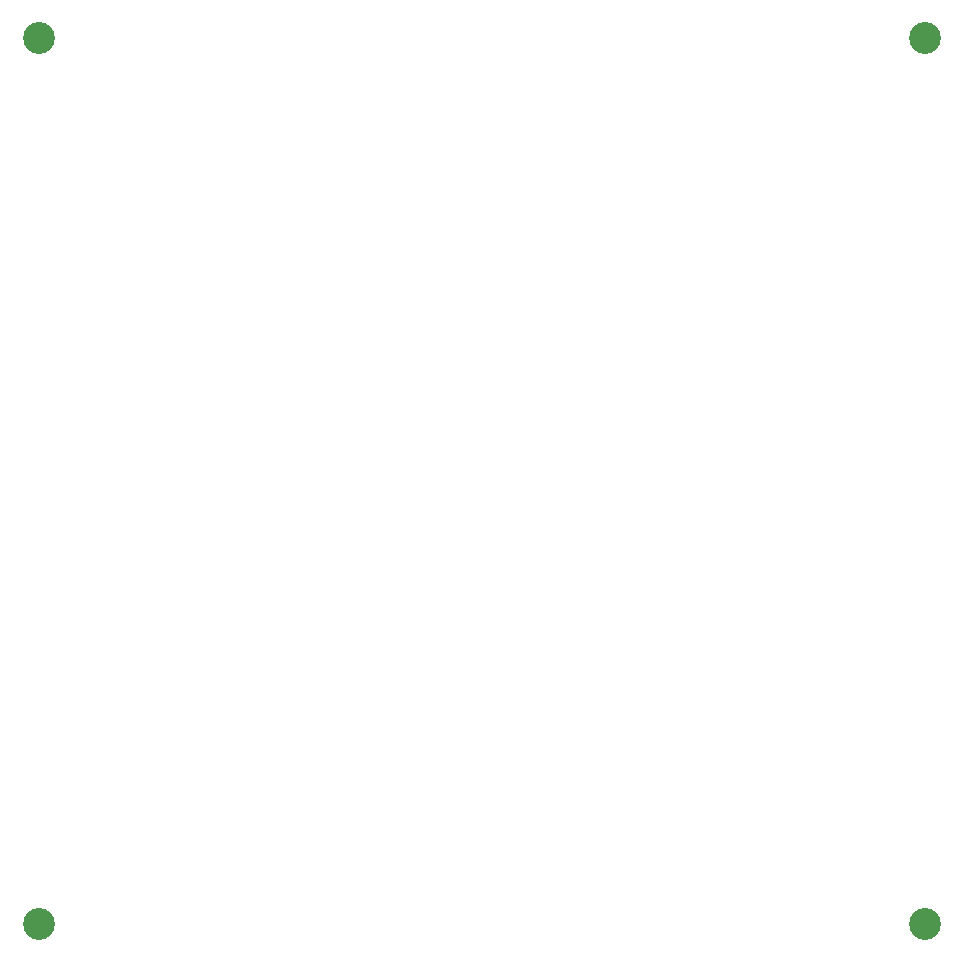
<source format=gbr>
%TF.GenerationSoftware,KiCad,Pcbnew,9.0.3-9.0.3-0~ubuntu24.04.1*%
%TF.CreationDate,2025-08-07T22:47:51-04:00*%
%TF.ProjectId,pcb-heater,7063622d-6865-4617-9465-722e6b696361,rev?*%
%TF.SameCoordinates,Original*%
%TF.FileFunction,Soldermask,Bot*%
%TF.FilePolarity,Negative*%
%FSLAX46Y46*%
G04 Gerber Fmt 4.6, Leading zero omitted, Abs format (unit mm)*
G04 Created by KiCad (PCBNEW 9.0.3-9.0.3-0~ubuntu24.04.1) date 2025-08-07 22:47:51*
%MOMM*%
%LPD*%
G01*
G04 APERTURE LIST*
%ADD10C,2.700000*%
G04 APERTURE END LIST*
D10*
%TO.C,M2.5*%
X67500000Y-142500000D03*
%TD*%
%TO.C,M2.5*%
X67500000Y-67500000D03*
%TD*%
%TO.C,M2.5*%
X142500000Y-142500000D03*
%TD*%
%TO.C,M2.5*%
X142500000Y-67500000D03*
%TD*%
M02*

</source>
